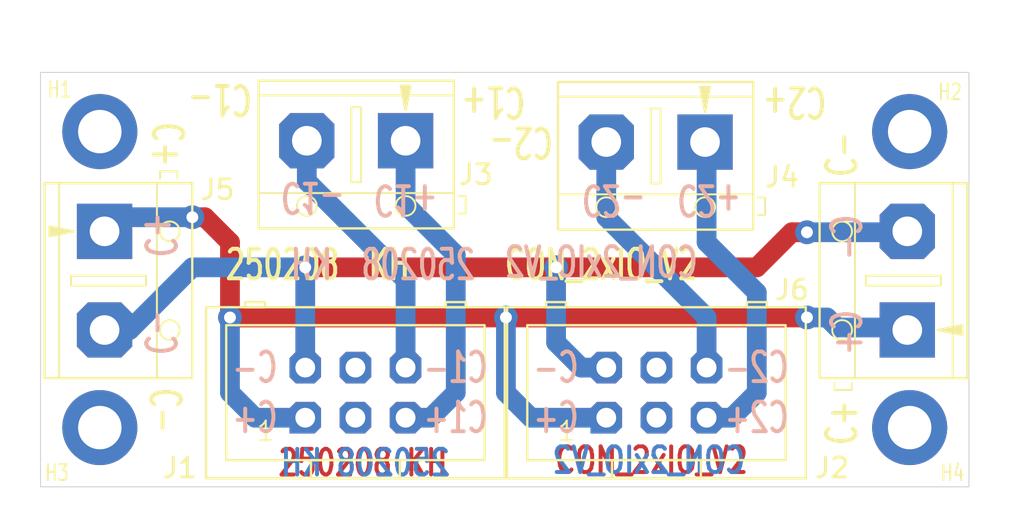
<source format=kicad_pcb>
(kicad_pcb (version 20240108) (generator "pcbnew") (generator_version "8.0")
  (layers (0 "F.Cu" signal) (31 "B.Cu" signal) (34 "B.Paste" user) (35 "F.Paste" user) (36 "B.SilkS" user "B.Silkscreen") (37 "F.SilkS" user "F.Silkscreen") (38 "B.Mask" user) (39 "F.Mask" user) (44 "Edge.Cuts" user))
  (net 0 "")
  (net 2 "/C+")
  (net 3 "/C1+")
  (net 4 "/C1-")
  (net 5 "/C-")
  (net 7 "/C2-")
  (net 8 "/C2+")
  (footprint "_kh_library:MountingHole_2.2mm_M2_Pad_TopBottom_kh" (layer "F.Cu") (at 94.1 64)
    (property "Reference" "H4" (at 2.166 2.294 0) (layer "F.SilkS") (effects (font (size 0.8 0.6) (thickness 0.1) (bold yes))))
    (property "Value" "MountingHole")
    (pad "1" thru_hole circle (at 0 0) (size 2.6 2.6) (drill 2.2) (layers "*.Cu" "*.Mask"))
    (pad "1" connect circle (at 0 0) (size 3.8 3.8) (layers "F.Cu" "F.Mask"))
    (pad "1" connect circle (at 0 0) (size 3.8 3.8) (layers "B.Cu" "B.Mask"))
  )
  (footprint "_kh_library:MountingHole_2.2mm_M2_Pad_TopBottom_kh" (layer "F.Cu") (at 53.1 64)
    (property "Reference" "H3" (at -2.173 2.294 0) (layer "F.SilkS") (effects (font (size 0.8 0.6) (thickness 0.1))))
    (property "Value" "MountingHole")
    (pad "1" thru_hole circle (at 0 0) (size 2.6 2.6) (drill 2.2) (layers "*.Cu" "*.Mask"))
    (pad "1" connect circle (at 0 0) (size 3.8 3.8) (layers "F.Cu" "F.Mask"))
    (pad "1" connect circle (at 0 0) (size 3.8 3.8) (layers "B.Cu" "B.Mask"))
  )
  (footprint "_kh_library:Screw_Terminal_01x02_P5" (layer "F.Cu") (at 93.98 59.055 180)
    (property "Reference" "J6" (at 5.842 2.032 180) (layer "F.SilkS"))
    (property "Value" "Screw_Terminal_01x02_P5")
    (fp_line (start 3.69 -3.04) (end 3.69 -2.68) (stroke (width 0.1)) (layer "F.SilkS"))
    (fp_line (start 2.81 -3.04) (end 3.69 -3.04) (stroke (width 0.1)) (layer "F.SilkS"))
    (fp_line (start 2.81 -3.04) (end 2.81 -2.68) (stroke (width 0.1)) (layer "F.SilkS"))
    (fp_line (start 2.65 -2.44) (end 2.65 7.44) (stroke (width 0.1)) (layer "F.SilkS"))
    (fp_line (start -2.3 -2.44) (end -2.3 7.44) (stroke (width 0.1)) (layer "F.SilkS"))
    (fp_rect (start -1.7 2.25) (end 2.1 2.75) (stroke (width 0.1)) (fill none) (layer "F.SilkS"))
    (fp_rect (start -3.04 -2.44) (end 4.44 7.44) (stroke (width 0.12)) (fill none) (layer "F.SilkS"))
    (fp_circle (center 3.3 5) (end 3.8 5) (stroke (width 0.1)) (fill none) (layer "F.SilkS"))
    (fp_circle (center 3.3 0) (end 3.8 0) (stroke (width 0.1)) (fill none) (layer "F.SilkS"))
    (fp_poly (pts (xy -2.794 -0.254) (xy -1.524 0) (xy -2.794 0.254)) (stroke (width 0.1)) (fill solid) (layer "F.SilkS"))
    (pad "1" thru_hole rect (at 0 0 180) (size 2.8 2.8) (drill 1.5) (layers "*.Cu" "*.Mask") (net 2 "/C+"))
    (pad "2" thru_hole roundrect (at 0 5 180) (size 2.8 2.8) (drill 1.5) (layers "*.Cu" "*.Mask") (roundrect_rratio 0) (chamfer_ratio 0.2) (chamfer top_left top_right bottom_left bottom_right) (net 5 "/C-"))
  )
  (footprint "_kh_library:Screw_Terminal_01x02_P5" (layer "F.Cu") (at 53.34 54.055)
    (property "Reference" "J5" (at 5.715 -2.112 180) (layer "F.SilkS"))
    (property "Value" "Screw_Terminal_01x02_P5")
    (fp_line (start -2.3 -2.44) (end -2.3 7.44) (stroke (width 0.1)) (layer "F.SilkS"))
    (fp_line (start 2.65 -2.44) (end 2.65 7.44) (stroke (width 0.1)) (layer "F.SilkS"))
    (fp_line (start 2.81 -3.04) (end 2.81 -2.68) (stroke (width 0.1)) (layer "F.SilkS"))
    (fp_line (start 2.81 -3.04) (end 3.69 -3.04) (stroke (width 0.1)) (layer "F.SilkS"))
    (fp_line (start 3.69 -3.04) (end 3.69 -2.68) (stroke (width 0.1)) (layer "F.SilkS"))
    (fp_rect (start -3.04 -2.44) (end 4.44 7.44) (stroke (width 0.12)) (fill none) (layer "F.SilkS"))
    (fp_rect (start -1.7 2.25) (end 2.1 2.75) (stroke (width 0.1)) (fill none) (layer "F.SilkS"))
    (fp_circle (center 3.3 0) (end 3.8 0) (stroke (width 0.1)) (fill none) (layer "F.SilkS"))
    (fp_circle (center 3.3 5) (end 3.8 5) (stroke (width 0.1)) (fill none) (layer "F.SilkS"))
    (fp_poly (pts (xy -2.794 -0.254) (xy -1.524 0) (xy -2.794 0.254)) (stroke (width 0.1)) (fill solid) (layer "F.SilkS"))
    (pad "1" thru_hole rect (at 0 0) (size 2.8 2.8) (drill 1.5) (layers "*.Cu" "*.Mask") (net 2 "/C+"))
    (pad "2" thru_hole roundrect (at 0 5) (size 2.8 2.8) (drill 1.5) (layers "*.Cu" "*.Mask") (roundrect_rratio 0) (chamfer_ratio 0.2) (chamfer top_left top_right bottom_left bottom_right) (net 5 "/C-"))
  )
  (footprint "_kh_library:MountingHole_2.2mm_M2_Pad_TopBottom_kh" (layer "F.Cu") (at 53.1 49)
    (property "Reference" "H1" (at -2.046 -2.137 0) (layer "F.SilkS") (effects (font (size 0.8 0.6) (thickness 0.1))))
    (property "Value" "MountingHole")
    (pad "1" thru_hole circle (at 0 0) (size 2.6 2.6) (drill 2.2) (layers "*.Cu" "*.Mask"))
    (pad "1" connect circle (at 0 0) (size 3.8 3.8) (layers "F.Cu" "F.Mask"))
    (pad "1" connect circle (at 0 0) (size 3.8 3.8) (layers "B.Cu" "B.Mask"))
  )
  (footprint "_kh_library:Box_02x03_P2.54mm_Vertical_kh" (layer "F.Cu") (at 63.5 63.5)
    (property "Reference" "J1" (at -6.35 2.54 360) (layer "F.SilkS"))
    (property "Value" "Box_02x03_P2.54_Vertical")
    (fp_rect (start -5.02 3.07) (end 10.1 -5.6) (stroke (width 0.12)) (fill none) (layer "F.SilkS"))
    (fp_rect (start -4 2.15) (end 9.08 -4.69) (stroke (width 0.12)) (fill none) (layer "F.SilkS"))
    (fp_rect (start -3.04 -5.6) (end -2.04 -5.86) (stroke (width 0.12)) (fill none) (layer "F.SilkS"))
    (fp_rect (start 0.29 3.07) (end 4.79 2.15) (stroke (width 0.12)) (fill none) (layer "F.SilkS"))
    (fp_rect (start 7.12 -5.6) (end 8.12 -5.86) (stroke (width 0.12)) (fill none) (layer "F.SilkS"))
    (fp_text user "1" (at -2.54 1.27 0) (layer "F.SilkS") (effects (font (thickness 0.1)) (justify left bottom)))
    (pad "1" thru_hole roundrect (at 0 0) (size 1.6 1.6) (drill 1) (layers "*.Cu" "*.Mask") (roundrect_rratio 0) (chamfer_ratio 0.2) (chamfer top_left top_right bottom_right) (net 2 "/C+"))
    (pad "2" thru_hole roundrect (at 0 -2.54) (size 1.6 1.6) (drill 1) (layers "*.Cu" "*.Mask") (roundrect_rratio 0) (chamfer_ratio 0.2) (chamfer top_left top_right bottom_left bottom_right) (net 5 "/C-"))
    (pad "3" thru_hole roundrect (at 2.54 0) (size 1.6 1.6) (drill 1) (layers "*.Cu" "*.Mask") (roundrect_rratio 0) (chamfer_ratio 0.2) (chamfer top_left top_right bottom_left bottom_right))
    (pad "4" thru_hole roundrect (at 2.54 -2.54) (size 1.6 1.6) (drill 1) (layers "*.Cu" "*.Mask") (roundrect_rratio 0) (chamfer_ratio 0.2) (chamfer top_left top_right bottom_left bottom_right))
    (pad "5" thru_hole roundrect (at 5.08 0) (size 1.6 1.6) (drill 1) (layers "*.Cu" "*.Mask") (roundrect_rratio 0) (chamfer_ratio 0.2) (chamfer top_left top_right bottom_left bottom_right) (net 3 "/C1+"))
    (pad "6" thru_hole roundrect (at 5.08 -2.54) (size 1.6 1.6) (drill 1) (layers "*.Cu" "*.Mask") (roundrect_rratio 0) (chamfer_ratio 0.2) (chamfer top_left top_right bottom_left bottom_right) (net 4 "/C1-"))
  )
  (footprint "_kh_library:Screw_Terminal_01x02_P5" (layer "F.Cu") (at 68.58 49.465 -90)
    (property "Reference" "J3" (at 1.716 -3.556 0) (layer "F.SilkS"))
    (property "Value" "Screw_Terminal_01x02_P5")
    (fp_line (start -2.3 -2.44) (end -2.3 7.44) (stroke (width 0.1)) (layer "F.SilkS"))
    (fp_line (start 2.65 -2.44) (end 2.65 7.44) (stroke (width 0.1)) (layer "F.SilkS"))
    (fp_line (start 2.81 -3.04) (end 2.81 -2.68) (stroke (width 0.1)) (layer "F.SilkS"))
    (fp_line (start 2.81 -3.04) (end 3.69 -3.04) (stroke (width 0.1)) (layer "F.SilkS"))
    (fp_line (start 3.69 -3.04) (end 3.69 -2.68) (stroke (width 0.1)) (layer "F.SilkS"))
    (fp_rect (start -1.7 2.25) (end 2.1 2.75) (stroke (width 0.1)) (fill none) (layer "F.SilkS"))
    (fp_rect (start -3.04 -2.44) (end 4.44 7.44) (stroke (width 0.12)) (fill none) (layer "F.SilkS"))
    (fp_circle (center 3.3 5) (end 3.8 5) (stroke (width 0.1)) (fill none) (layer "F.SilkS"))
    (fp_circle (center 3.3 0) (end 3.8 0) (stroke (width 0.1)) (fill none) (layer "F.SilkS"))
    (fp_poly (pts (xy -2.794 -0.254) (xy -1.524 0) (xy -2.794 0.254)) (stroke (width 0.1)) (fill solid) (layer "F.SilkS"))
    (pad "1" thru_hole rect (at 0 0 270) (size 2.8 2.8) (drill 1.5) (layers "*.Cu" "*.Mask") (net 3 "/C1+"))
    (pad "2" thru_hole roundrect (at 0 5 270) (size 2.8 2.8) (drill 1.5) (layers "*.Cu" "*.Mask") (roundrect_rratio 0) (chamfer_ratio 0.2) (chamfer top_left top_right bottom_left bottom_right) (net 4 "/C1-"))
  )
  (footprint "_kh_library:Screw_Terminal_01x02_P5" (layer "F.Cu") (at 83.74 49.53 -90)
    (property "Reference" "J4" (at 1.778 -3.89 0) (layer "F.SilkS"))
    (property "Value" "Screw_Terminal_01x02_P5")
    (fp_line (start -2.3 -2.44) (end -2.3 7.44) (stroke (width 0.1)) (layer "F.SilkS"))
    (fp_line (start 2.65 -2.44) (end 2.65 7.44) (stroke (width 0.1)) (layer "F.SilkS"))
    (fp_line (start 2.81 -3.04) (end 2.81 -2.68) (stroke (width 0.1)) (layer "F.SilkS"))
    (fp_line (start 2.81 -3.04) (end 3.69 -3.04) (stroke (width 0.1)) (layer "F.SilkS"))
    (fp_line (start 3.69 -3.04) (end 3.69 -2.68) (stroke (width 0.1)) (layer "F.SilkS"))
    (fp_rect (start -1.7 2.25) (end 2.1 2.75) (stroke (width 0.1)) (fill none) (layer "F.SilkS"))
    (fp_rect (start -3.04 -2.44) (end 4.44 7.44) (stroke (width 0.12)) (fill none) (layer "F.SilkS"))
    (fp_circle (center 3.3 5) (end 3.8 5) (stroke (width 0.1)) (fill none) (layer "F.SilkS"))
    (fp_circle (center 3.3 0) (end 3.8 0) (stroke (width 0.1)) (fill none) (layer "F.SilkS"))
    (fp_poly (pts (xy -2.794 -0.254) (xy -1.524 0) (xy -2.794 0.254)) (stroke (width 0.1)) (fill solid) (layer "F.SilkS"))
    (pad "1" thru_hole rect (at 0 0 270) (size 2.8 2.8) (drill 1.5) (layers "*.Cu" "*.Mask") (net 8 "/C2+"))
    (pad "2" thru_hole roundrect (at 0 5 270) (size 2.8 2.8) (drill 1.5) (layers "*.Cu" "*.Mask") (roundrect_rratio 0) (chamfer_ratio 0.2) (chamfer top_left top_right bottom_left bottom_right) (net 7 "/C2-"))
  )
  (footprint "_kh_library:MountingHole_2.2mm_M2_Pad_TopBottom_kh" (layer "F.Cu") (at 94.1 49)
    (property "Reference" "H2" (at 2.039 -2.01 0) (layer "F.SilkS") (effects (font (size 0.8 0.6) (thickness 0.1) (bold yes))))
    (property "Value" "MountingHole")
    (pad "1" thru_hole circle (at 0 0) (size 2.6 2.6) (drill 2.2) (layers "*.Cu" "*.Mask"))
    (pad "1" connect circle (at 0 0) (size 3.8 3.8) (layers "F.Cu" "F.Mask"))
    (pad "1" connect circle (at 0 0) (size 3.8 3.8) (layers "B.Cu" "B.Mask"))
  )
  (footprint "_kh_library:Box_02x03_P2.54mm_Vertical_kh" (layer "F.Cu") (at 78.74 63.5)
    (property "Reference" "J2" (at 11.43 2.54 360) (layer "F.SilkS"))
    (property "Value" "~" (hide yes))
    (fp_rect (start -5.02 3.07) (end 10.1 -5.6) (stroke (width 0.12)) (fill none) (layer "F.SilkS"))
    (fp_rect (start -4 2.15) (end 9.08 -4.69) (stroke (width 0.12)) (fill none) (layer "F.SilkS"))
    (fp_rect (start -3.04 -5.6) (end -2.04 -5.86) (stroke (width 0.12)) (fill none) (layer "F.SilkS"))
    (fp_rect (start 0.29 3.07) (end 4.79 2.15) (stroke (width 0.12)) (fill none) (layer "F.SilkS"))
    (fp_rect (start 7.12 -5.6) (end 8.12 -5.86) (stroke (width 0.12)) (fill none) (layer "F.SilkS"))
    (fp_text user "1" (at -2.54 1.27 0) (layer "F.SilkS") (effects (font (thickness 0.1)) (justify left bottom)))
    (pad "1" thru_hole roundrect (at 0 0) (size 1.6 1.6) (drill 1) (layers "*.Cu" "*.Mask") (roundrect_rratio 0) (chamfer_ratio 0.2) (chamfer top_left top_right bottom_right) (net 2 "/C+"))
    (pad "2" thru_hole roundrect (at 0 -2.54) (size 1.6 1.6) (drill 1) (layers "*.Cu" "*.Mask") (roundrect_rratio 0) (chamfer_ratio 0.2) (chamfer top_left top_right bottom_left bottom_right) (net 5 "/C-"))
    (pad "3" thru_hole roundrect (at 2.54 0) (size 1.6 1.6) (drill 1) (layers "*.Cu" "*.Mask") (roundrect_rratio 0) (chamfer_ratio 0.2) (chamfer top_left top_right bottom_left bottom_right))
    (pad "4" thru_hole roundrect (at 2.54 -2.54) (size 1.6 1.6) (drill 1) (layers "*.Cu" "*.Mask") (roundrect_rratio 0) (chamfer_ratio 0.2) (chamfer top_left top_right bottom_left bottom_right))
    (pad "5" thru_hole roundrect (at 5.08 0) (size 1.6 1.6) (drill 1) (layers "*.Cu" "*.Mask") (roundrect_rratio 0) (chamfer_ratio 0.2) (chamfer top_left top_right bottom_left bottom_right) (net 8 "/C2+"))
    (pad "6" thru_hole roundrect (at 5.08 -2.54) (size 1.6 1.6) (drill 1) (layers "*.Cu" "*.Mask") (roundrect_rratio 0) (chamfer_ratio 0.2) (chamfer top_left top_right bottom_left bottom_right) (net 7 "/C2-"))
  )
  (gr_rect (start 50.1 46) (end 97.1 67) (stroke (width 0.05)) (fill none) (layer "Edge.Cuts"))
  (gr_text "250208 KH" (at 66.421 65.786 0) (layer "F.Cu") (effects (font (size 1.3 1) (thickness 0.2) (bold yes))))
  (gr_text "CON_2xIO_V2" (at 81.026 65.659 0) (layer "F.Cu") (effects (font (size 1.3 1) (thickness 0.2) (bold yes))))
  (gr_text "250208 KH" (at 66.548 65.786 0) (layer "B.Cu") (effects (font (size 1.3 1) (thickness 0.2) (bold yes)) (justify mirror)))
  (gr_text "CON_2xIO_V2" (at 80.899 65.659 0) (layer "B.Cu") (effects (font (size 1.3 1) (thickness 0.2) (bold yes)) (justify mirror)))
  (gr_text "CON_2xIO_V2" (at 78.486 55.626 0) (layer "B.SilkS") (effects (font (size 1.5 1) (thickness 0.2) (bold yes)) (justify mirror)))
  (gr_text "C2+" (at 83.947 52.451 180) (layer "B.SilkS") (effects (font (size 1.5 1) (thickness 0.2) (bold yes)) (justify mirror)))
  (gr_text "C-" (at 90.932 54.356 90) (layer "B.SilkS") (effects (font (size 1.5 1) (thickness 0.2) (bold yes)) (justify mirror)))
  (gr_text "250208  KH" (at 67.437 55.753 0) (layer "B.SilkS") (effects (font (size 1.5 1) (thickness 0.2) (bold yes)) (justify mirror)))
  (gr_text "C+" (at 90.932 59.182 90) (layer "B.SilkS") (effects (font (size 1.5 1) (thickness 0.2) (bold yes)) (justify mirror)))
  (gr_text "C1+" (at 68.58 52.451 180) (layer "B.SilkS") (effects (font (size 1.5 1) (thickness 0.2) (bold yes)) (justify mirror)))
  (gr_text "C+" (at 56.134 54.229 270) (layer "B.SilkS") (effects (font (size 1.5 1) (thickness 0.2) (bold yes)) (justify mirror)))
  (gr_text "C-" (at 76.2 60.96 0) (layer "B.SilkS") (effects (font (size 1.5 1) (thickness 0.2) (bold yes)) (justify mirror)))
  (gr_text "C+" (at 76.2 63.5 0) (layer "B.SilkS") (effects (font (size 1.5 1) (thickness 0.2) (bold yes)) (justify mirror)))
  (gr_text "C-" (at 56.134 59.182 270) (layer "B.SilkS") (effects (font (size 1.5 1) (thickness 0.2) (bold yes)) (justify mirror)))
  (gr_text "C-" (at 60.96 60.96 0) (layer "B.SilkS") (effects (font (size 1.5 1) (thickness 0.2) (bold yes)) (justify mirror)))
  (gr_text "C2-" (at 79.121 52.451 180) (layer "B.SilkS") (effects (font (size 1.5 1) (thickness 0.2) (bold yes)) (justify mirror)))
  (gr_text "C1-" (at 71.12 60.96 0) (layer "B.SilkS") (effects (font (size 1.5 1) (thickness 0.2) (bold yes)) (justify mirror)))
  (gr_text "C2+" (at 86.36 63.5 0) (layer "B.SilkS") (effects (font (size 1.5 1) (thickness 0.2) (bold yes)) (justify mirror)))
  (gr_text "C1-" (at 63.881 52.324 180) (layer "B.SilkS") (effects (font (size 1.5 1) (thickness 0.2) (bold yes)) (justify mirror)))
  (gr_text "C2-" (at 86.36 60.96 0) (layer "B.SilkS") (effects (font (size 1.5 1) (thickness 0.2) (bold yes)) (justify mirror)))
  (gr_text "C+" (at 60.96 63.5 0) (layer "B.SilkS") (effects (font (size 1.5 1) (thickness 0.2) (bold yes)) (justify mirror)))
  (gr_text "C1+" (at 71.12 63.5 0) (layer "B.SilkS") (effects (font (size 1.5 1) (thickness 0.2) (bold yes)) (justify mirror)))
  (gr_text "C-" (at 90.678 50.165 90) (layer "F.SilkS") (effects (font (size 1.5 1) (thickness 0.2) (bold yes))))
  (gr_text "CON_2xIO_V2" (at 78.486 55.753 0) (layer "F.SilkS") (effects (font (size 1.5 1) (thickness 0.2) (bold yes))))
  (gr_text "C+" (at 90.678 63.754 90) (layer "F.SilkS") (effects (font (size 1.5 1) (thickness 0.2) (bold yes))))
  (gr_text "C2+" (at 88.265 47.498 180) (layer "F.SilkS") (effects (font (size 1.5 1) (thickness 0.2) (bold yes))))
  (gr_text "C-" (at 56.388 63.119 270) (layer "F.SilkS") (effects (font (size 1.5 1) (thickness 0.2) (bold yes))))
  (gr_text "C2-" (at 74.422 49.53 180) (layer "F.SilkS") (effects (font (size 1.5 1) (thickness 0.2) (bold yes))))
  (gr_text "C1+" (at 73.025 47.498 180) (layer "F.SilkS") (effects (font (size 1.5 1) (thickness 0.2) (bold yes))))
  (gr_text "250208  KH" (at 64.135 55.753 0) (layer "F.SilkS") (effects (font (size 1.5 1) (thickness 0.2) (bold yes))))
  (gr_text "C+" (at 56.515 49.657 270) (layer "F.SilkS") (effects (font (size 1.5 1) (thickness 0.2) (bold yes))))
  (gr_text "C1-" (at 59.182 47.371 180) (layer "F.SilkS") (effects (font (size 1.5 1) (thickness 0.2) (bold yes))))
  (segment (start 73.66 58.42) (end 59.69 58.42) (width 1) (layer "F.Cu") (net 2))
  (segment (start 88.9 58.42) (end 73.66 58.42) (width 1) (layer "F.Cu") (net 2))
  (segment (start 57.785 53.34) (end 58.42 53.34) (width 1) (layer "F.Cu") (net 2))
  (segment (start 58.42 53.34) (end 59.69 54.61) (width 1) (layer "F.Cu") (net 2))
  (segment (start 59.69 54.61) (end 59.69 58.42) (width 1) (layer "F.Cu") (net 2))
  (via (at 88.9 58.42) (size 1.2) (drill 0.6) (layers "F.Cu" "B.Cu") (net 2))
  (via (at 57.785 53.34) (size 1.2) (drill 0.6) (layers "F.Cu" "B.Cu") (net 2))
  (via (at 59.69 58.42) (size 1.2) (drill 0.6) (layers "F.Cu" "B.Cu") (net 2))
  (via (at 73.66 58.42) (size 1.2) (drill 0.6) (layers "F.Cu" "B.Cu") (net 2))
  (segment (start 60.96 63.5) (end 59.69 62.23) (width 1) (layer "B.Cu") (net 2))
  (segment (start 74.93 63.5) (end 78.74 63.5) (width 1) (layer "B.Cu") (net 2))
  (segment (start 59.69 62.23) (end 59.69 58.42) (width 1) (layer "B.Cu") (net 2))
  (segment (start 89.916 58.42) (end 90.424 58.928) (width 1) (layer "B.Cu") (net 2))
  (segment (start 63.5 63.5) (end 60.96 63.5) (width 1) (layer "B.Cu") (net 2))
  (segment (start 90.424 58.928) (end 93.853 58.928) (width 1) (layer "B.Cu") (net 2))
  (segment (start 73.66 62.23) (end 74.93 63.5) (width 1) (layer "B.Cu") (net 2))
  (segment (start 73.66 58.42) (end 73.66 62.23) (width 1) (layer "B.Cu") (net 2))
  (segment (start 57.785 53.34) (end 54.055 53.34) (width 1) (layer "B.Cu") (net 2))
  (segment (start 89.916 58.42) (end 88.9 58.42) (width 1) (layer "B.Cu") (net 2))
  (segment (start 68.58 52.705) (end 68.58 49.465) (width 1) (layer "B.Cu") (net 3))
  (segment (start 68.58 63.5) (end 69.85 63.5) (width 1) (layer "B.Cu") (net 3))
  (segment (start 71.12 55.245) (end 68.58 52.705) (width 1) (layer "B.Cu") (net 3))
  (segment (start 71.12 62.23) (end 71.12 55.245) (width 1) (layer "B.Cu") (net 3))
  (segment (start 69.85 63.5) (end 71.12 62.23) (width 1) (layer "B.Cu") (net 3))
  (segment (start 68.58 56.515) (end 63.58 51.515) (width 1) (layer "B.Cu") (net 4))
  (segment (start 63.58 51.515) (end 63.58 49.465) (width 1) (layer "B.Cu") (net 4))
  (segment (start 68.58 60.96) (end 68.58 56.515) (width 1) (layer "B.Cu") (net 4))
  (segment (start 63.5 55.88) (end 76.2 55.88) (width 1) (layer "F.Cu") (net 5))
  (segment (start 88.138 54.102) (end 88.9 54.102) (width 1) (layer "F.Cu") (net 5))
  (segment (start 86.36 55.88) (end 88.138 54.102) (width 1) (layer "F.Cu") (net 5))
  (segment (start 76.2 55.88) (end 86.36 55.88) (width 1) (layer "F.Cu") (net 5))
  (via (at 76.2 55.88) (size 1.2) (drill 0.6) (layers "F.Cu" "B.Cu") (net 5))
  (via (at 63.5 55.88) (size 1.2) (drill 0.6) (layers "F.Cu" "B.Cu") (net 5))
  (via (at 88.9 54.102) (size 1.2) (drill 0.6) (layers "F.Cu" "B.Cu") (net 5))
  (segment (start 54.61 59.055) (end 53.34 59.055) (width 1) (layer "B.Cu") (net 5))
  (segment (start 88.9 54.102) (end 93.933 54.102) (width 1) (layer "B.Cu") (net 5))
  (segment (start 76.2 59.69) (end 76.2 55.88) (width 1) (layer "B.Cu") (net 5))
  (segment (start 63.5 55.88) (end 57.785 55.88) (width 1) (layer "B.Cu") (net 5))
  (segment (start 63.5 55.88) (end 63.5 60.96) (width 1) (layer "B.Cu") (net 5))
  (segment (start 57.785 55.88) (end 54.61 59.055) (width 1) (layer "B.Cu") (net 5))
  (segment (start 77.47 60.96) (end 76.2 59.69) (width 1) (layer "B.Cu") (net 5))
  (segment (start 78.74 60.96) (end 77.47 60.96) (width 1) (layer "B.Cu") (net 5))
  (segment (start 83.82 60.96) (end 83.82 58.42) (width 1) (layer "B.Cu") (net 7))
  (segment (start 78.74 53.34) (end 78.74 49.53) (width 1) (layer "B.Cu") (net 7))
  (segment (start 83.82 58.42) (end 78.74 53.34) (width 1) (layer "B.Cu") (net 7))
  (segment (start 86.36 57.15) (end 83.82 54.61) (width 1) (layer "B.Cu") (net 8))
  (segment (start 83.82 54.61) (end 83.82 49.61) (width 1) (layer "B.Cu") (net 8))
  (segment (start 86.36 62.23) (end 86.36 57.15) (width 1) (layer "B.Cu") (net 8))
  (segment (start 83.82 63.5) (end 85.09 63.5) (width 1) (layer "B.Cu") (net 8))
  (segment (start 85.09 63.5) (end 86.36 62.23) (width 1) (layer "B.Cu") (net 8))
)
</source>
